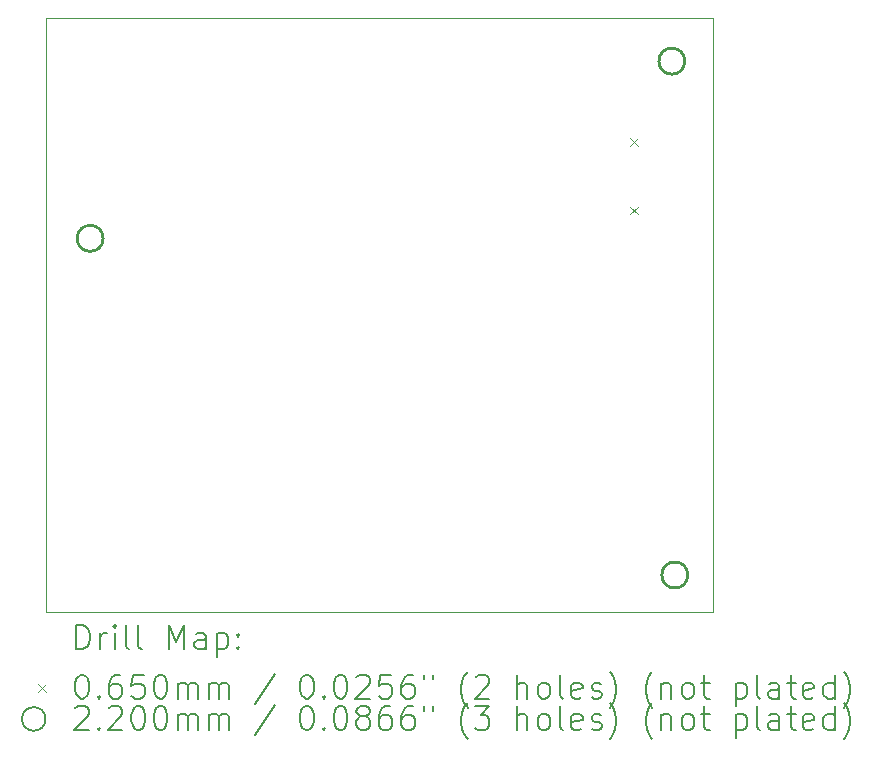
<source format=gbr>
%TF.GenerationSoftware,KiCad,Pcbnew,9.0.7*%
%TF.CreationDate,2026-01-19T10:27:03-08:00*%
%TF.ProjectId,Tesla Ambient Lighting,5465736c-6120-4416-9d62-69656e74204c,rev?*%
%TF.SameCoordinates,Original*%
%TF.FileFunction,Drillmap*%
%TF.FilePolarity,Positive*%
%FSLAX45Y45*%
G04 Gerber Fmt 4.5, Leading zero omitted, Abs format (unit mm)*
G04 Created by KiCad (PCBNEW 9.0.7) date 2026-01-19 10:27:03*
%MOMM*%
%LPD*%
G01*
G04 APERTURE LIST*
%ADD10C,0.050000*%
%ADD11C,0.200000*%
%ADD12C,0.100000*%
%ADD13C,0.220000*%
G04 APERTURE END LIST*
D10*
X11900000Y-7762500D02*
X17550000Y-7762500D01*
X17550000Y-12787500D01*
X11900000Y-12787500D01*
X11900000Y-7762500D01*
D11*
D12*
X16849500Y-8778500D02*
X16914500Y-8843500D01*
X16914500Y-8778500D02*
X16849500Y-8843500D01*
X16849500Y-9356500D02*
X16914500Y-9421500D01*
X16914500Y-9356500D02*
X16849500Y-9421500D01*
D13*
X12385000Y-9625000D02*
G75*
G02*
X12165000Y-9625000I-110000J0D01*
G01*
X12165000Y-9625000D02*
G75*
G02*
X12385000Y-9625000I110000J0D01*
G01*
X17310000Y-8125000D02*
G75*
G02*
X17090000Y-8125000I-110000J0D01*
G01*
X17090000Y-8125000D02*
G75*
G02*
X17310000Y-8125000I110000J0D01*
G01*
X17335000Y-12475000D02*
G75*
G02*
X17115000Y-12475000I-110000J0D01*
G01*
X17115000Y-12475000D02*
G75*
G02*
X17335000Y-12475000I110000J0D01*
G01*
D11*
X12158277Y-13101484D02*
X12158277Y-12901484D01*
X12158277Y-12901484D02*
X12205896Y-12901484D01*
X12205896Y-12901484D02*
X12234467Y-12911008D01*
X12234467Y-12911008D02*
X12253515Y-12930055D01*
X12253515Y-12930055D02*
X12263039Y-12949103D01*
X12263039Y-12949103D02*
X12272562Y-12987198D01*
X12272562Y-12987198D02*
X12272562Y-13015769D01*
X12272562Y-13015769D02*
X12263039Y-13053865D01*
X12263039Y-13053865D02*
X12253515Y-13072912D01*
X12253515Y-13072912D02*
X12234467Y-13091960D01*
X12234467Y-13091960D02*
X12205896Y-13101484D01*
X12205896Y-13101484D02*
X12158277Y-13101484D01*
X12358277Y-13101484D02*
X12358277Y-12968150D01*
X12358277Y-13006246D02*
X12367801Y-12987198D01*
X12367801Y-12987198D02*
X12377324Y-12977674D01*
X12377324Y-12977674D02*
X12396372Y-12968150D01*
X12396372Y-12968150D02*
X12415420Y-12968150D01*
X12482086Y-13101484D02*
X12482086Y-12968150D01*
X12482086Y-12901484D02*
X12472562Y-12911008D01*
X12472562Y-12911008D02*
X12482086Y-12920531D01*
X12482086Y-12920531D02*
X12491610Y-12911008D01*
X12491610Y-12911008D02*
X12482086Y-12901484D01*
X12482086Y-12901484D02*
X12482086Y-12920531D01*
X12605896Y-13101484D02*
X12586848Y-13091960D01*
X12586848Y-13091960D02*
X12577324Y-13072912D01*
X12577324Y-13072912D02*
X12577324Y-12901484D01*
X12710658Y-13101484D02*
X12691610Y-13091960D01*
X12691610Y-13091960D02*
X12682086Y-13072912D01*
X12682086Y-13072912D02*
X12682086Y-12901484D01*
X12939229Y-13101484D02*
X12939229Y-12901484D01*
X12939229Y-12901484D02*
X13005896Y-13044341D01*
X13005896Y-13044341D02*
X13072562Y-12901484D01*
X13072562Y-12901484D02*
X13072562Y-13101484D01*
X13253515Y-13101484D02*
X13253515Y-12996722D01*
X13253515Y-12996722D02*
X13243991Y-12977674D01*
X13243991Y-12977674D02*
X13224943Y-12968150D01*
X13224943Y-12968150D02*
X13186848Y-12968150D01*
X13186848Y-12968150D02*
X13167801Y-12977674D01*
X13253515Y-13091960D02*
X13234467Y-13101484D01*
X13234467Y-13101484D02*
X13186848Y-13101484D01*
X13186848Y-13101484D02*
X13167801Y-13091960D01*
X13167801Y-13091960D02*
X13158277Y-13072912D01*
X13158277Y-13072912D02*
X13158277Y-13053865D01*
X13158277Y-13053865D02*
X13167801Y-13034817D01*
X13167801Y-13034817D02*
X13186848Y-13025293D01*
X13186848Y-13025293D02*
X13234467Y-13025293D01*
X13234467Y-13025293D02*
X13253515Y-13015769D01*
X13348753Y-12968150D02*
X13348753Y-13168150D01*
X13348753Y-12977674D02*
X13367801Y-12968150D01*
X13367801Y-12968150D02*
X13405896Y-12968150D01*
X13405896Y-12968150D02*
X13424943Y-12977674D01*
X13424943Y-12977674D02*
X13434467Y-12987198D01*
X13434467Y-12987198D02*
X13443991Y-13006246D01*
X13443991Y-13006246D02*
X13443991Y-13063388D01*
X13443991Y-13063388D02*
X13434467Y-13082436D01*
X13434467Y-13082436D02*
X13424943Y-13091960D01*
X13424943Y-13091960D02*
X13405896Y-13101484D01*
X13405896Y-13101484D02*
X13367801Y-13101484D01*
X13367801Y-13101484D02*
X13348753Y-13091960D01*
X13529705Y-13082436D02*
X13539229Y-13091960D01*
X13539229Y-13091960D02*
X13529705Y-13101484D01*
X13529705Y-13101484D02*
X13520182Y-13091960D01*
X13520182Y-13091960D02*
X13529705Y-13082436D01*
X13529705Y-13082436D02*
X13529705Y-13101484D01*
X13529705Y-12977674D02*
X13539229Y-12987198D01*
X13539229Y-12987198D02*
X13529705Y-12996722D01*
X13529705Y-12996722D02*
X13520182Y-12987198D01*
X13520182Y-12987198D02*
X13529705Y-12977674D01*
X13529705Y-12977674D02*
X13529705Y-12996722D01*
D12*
X11832500Y-13397500D02*
X11897500Y-13462500D01*
X11897500Y-13397500D02*
X11832500Y-13462500D01*
D11*
X12196372Y-13321484D02*
X12215420Y-13321484D01*
X12215420Y-13321484D02*
X12234467Y-13331008D01*
X12234467Y-13331008D02*
X12243991Y-13340531D01*
X12243991Y-13340531D02*
X12253515Y-13359579D01*
X12253515Y-13359579D02*
X12263039Y-13397674D01*
X12263039Y-13397674D02*
X12263039Y-13445293D01*
X12263039Y-13445293D02*
X12253515Y-13483388D01*
X12253515Y-13483388D02*
X12243991Y-13502436D01*
X12243991Y-13502436D02*
X12234467Y-13511960D01*
X12234467Y-13511960D02*
X12215420Y-13521484D01*
X12215420Y-13521484D02*
X12196372Y-13521484D01*
X12196372Y-13521484D02*
X12177324Y-13511960D01*
X12177324Y-13511960D02*
X12167801Y-13502436D01*
X12167801Y-13502436D02*
X12158277Y-13483388D01*
X12158277Y-13483388D02*
X12148753Y-13445293D01*
X12148753Y-13445293D02*
X12148753Y-13397674D01*
X12148753Y-13397674D02*
X12158277Y-13359579D01*
X12158277Y-13359579D02*
X12167801Y-13340531D01*
X12167801Y-13340531D02*
X12177324Y-13331008D01*
X12177324Y-13331008D02*
X12196372Y-13321484D01*
X12348753Y-13502436D02*
X12358277Y-13511960D01*
X12358277Y-13511960D02*
X12348753Y-13521484D01*
X12348753Y-13521484D02*
X12339229Y-13511960D01*
X12339229Y-13511960D02*
X12348753Y-13502436D01*
X12348753Y-13502436D02*
X12348753Y-13521484D01*
X12529705Y-13321484D02*
X12491610Y-13321484D01*
X12491610Y-13321484D02*
X12472562Y-13331008D01*
X12472562Y-13331008D02*
X12463039Y-13340531D01*
X12463039Y-13340531D02*
X12443991Y-13369103D01*
X12443991Y-13369103D02*
X12434467Y-13407198D01*
X12434467Y-13407198D02*
X12434467Y-13483388D01*
X12434467Y-13483388D02*
X12443991Y-13502436D01*
X12443991Y-13502436D02*
X12453515Y-13511960D01*
X12453515Y-13511960D02*
X12472562Y-13521484D01*
X12472562Y-13521484D02*
X12510658Y-13521484D01*
X12510658Y-13521484D02*
X12529705Y-13511960D01*
X12529705Y-13511960D02*
X12539229Y-13502436D01*
X12539229Y-13502436D02*
X12548753Y-13483388D01*
X12548753Y-13483388D02*
X12548753Y-13435769D01*
X12548753Y-13435769D02*
X12539229Y-13416722D01*
X12539229Y-13416722D02*
X12529705Y-13407198D01*
X12529705Y-13407198D02*
X12510658Y-13397674D01*
X12510658Y-13397674D02*
X12472562Y-13397674D01*
X12472562Y-13397674D02*
X12453515Y-13407198D01*
X12453515Y-13407198D02*
X12443991Y-13416722D01*
X12443991Y-13416722D02*
X12434467Y-13435769D01*
X12729705Y-13321484D02*
X12634467Y-13321484D01*
X12634467Y-13321484D02*
X12624943Y-13416722D01*
X12624943Y-13416722D02*
X12634467Y-13407198D01*
X12634467Y-13407198D02*
X12653515Y-13397674D01*
X12653515Y-13397674D02*
X12701134Y-13397674D01*
X12701134Y-13397674D02*
X12720182Y-13407198D01*
X12720182Y-13407198D02*
X12729705Y-13416722D01*
X12729705Y-13416722D02*
X12739229Y-13435769D01*
X12739229Y-13435769D02*
X12739229Y-13483388D01*
X12739229Y-13483388D02*
X12729705Y-13502436D01*
X12729705Y-13502436D02*
X12720182Y-13511960D01*
X12720182Y-13511960D02*
X12701134Y-13521484D01*
X12701134Y-13521484D02*
X12653515Y-13521484D01*
X12653515Y-13521484D02*
X12634467Y-13511960D01*
X12634467Y-13511960D02*
X12624943Y-13502436D01*
X12863039Y-13321484D02*
X12882086Y-13321484D01*
X12882086Y-13321484D02*
X12901134Y-13331008D01*
X12901134Y-13331008D02*
X12910658Y-13340531D01*
X12910658Y-13340531D02*
X12920182Y-13359579D01*
X12920182Y-13359579D02*
X12929705Y-13397674D01*
X12929705Y-13397674D02*
X12929705Y-13445293D01*
X12929705Y-13445293D02*
X12920182Y-13483388D01*
X12920182Y-13483388D02*
X12910658Y-13502436D01*
X12910658Y-13502436D02*
X12901134Y-13511960D01*
X12901134Y-13511960D02*
X12882086Y-13521484D01*
X12882086Y-13521484D02*
X12863039Y-13521484D01*
X12863039Y-13521484D02*
X12843991Y-13511960D01*
X12843991Y-13511960D02*
X12834467Y-13502436D01*
X12834467Y-13502436D02*
X12824943Y-13483388D01*
X12824943Y-13483388D02*
X12815420Y-13445293D01*
X12815420Y-13445293D02*
X12815420Y-13397674D01*
X12815420Y-13397674D02*
X12824943Y-13359579D01*
X12824943Y-13359579D02*
X12834467Y-13340531D01*
X12834467Y-13340531D02*
X12843991Y-13331008D01*
X12843991Y-13331008D02*
X12863039Y-13321484D01*
X13015420Y-13521484D02*
X13015420Y-13388150D01*
X13015420Y-13407198D02*
X13024943Y-13397674D01*
X13024943Y-13397674D02*
X13043991Y-13388150D01*
X13043991Y-13388150D02*
X13072563Y-13388150D01*
X13072563Y-13388150D02*
X13091610Y-13397674D01*
X13091610Y-13397674D02*
X13101134Y-13416722D01*
X13101134Y-13416722D02*
X13101134Y-13521484D01*
X13101134Y-13416722D02*
X13110658Y-13397674D01*
X13110658Y-13397674D02*
X13129705Y-13388150D01*
X13129705Y-13388150D02*
X13158277Y-13388150D01*
X13158277Y-13388150D02*
X13177324Y-13397674D01*
X13177324Y-13397674D02*
X13186848Y-13416722D01*
X13186848Y-13416722D02*
X13186848Y-13521484D01*
X13282086Y-13521484D02*
X13282086Y-13388150D01*
X13282086Y-13407198D02*
X13291610Y-13397674D01*
X13291610Y-13397674D02*
X13310658Y-13388150D01*
X13310658Y-13388150D02*
X13339229Y-13388150D01*
X13339229Y-13388150D02*
X13358277Y-13397674D01*
X13358277Y-13397674D02*
X13367801Y-13416722D01*
X13367801Y-13416722D02*
X13367801Y-13521484D01*
X13367801Y-13416722D02*
X13377324Y-13397674D01*
X13377324Y-13397674D02*
X13396372Y-13388150D01*
X13396372Y-13388150D02*
X13424943Y-13388150D01*
X13424943Y-13388150D02*
X13443991Y-13397674D01*
X13443991Y-13397674D02*
X13453515Y-13416722D01*
X13453515Y-13416722D02*
X13453515Y-13521484D01*
X13843991Y-13311960D02*
X13672563Y-13569103D01*
X14101134Y-13321484D02*
X14120182Y-13321484D01*
X14120182Y-13321484D02*
X14139229Y-13331008D01*
X14139229Y-13331008D02*
X14148753Y-13340531D01*
X14148753Y-13340531D02*
X14158277Y-13359579D01*
X14158277Y-13359579D02*
X14167801Y-13397674D01*
X14167801Y-13397674D02*
X14167801Y-13445293D01*
X14167801Y-13445293D02*
X14158277Y-13483388D01*
X14158277Y-13483388D02*
X14148753Y-13502436D01*
X14148753Y-13502436D02*
X14139229Y-13511960D01*
X14139229Y-13511960D02*
X14120182Y-13521484D01*
X14120182Y-13521484D02*
X14101134Y-13521484D01*
X14101134Y-13521484D02*
X14082086Y-13511960D01*
X14082086Y-13511960D02*
X14072563Y-13502436D01*
X14072563Y-13502436D02*
X14063039Y-13483388D01*
X14063039Y-13483388D02*
X14053515Y-13445293D01*
X14053515Y-13445293D02*
X14053515Y-13397674D01*
X14053515Y-13397674D02*
X14063039Y-13359579D01*
X14063039Y-13359579D02*
X14072563Y-13340531D01*
X14072563Y-13340531D02*
X14082086Y-13331008D01*
X14082086Y-13331008D02*
X14101134Y-13321484D01*
X14253515Y-13502436D02*
X14263039Y-13511960D01*
X14263039Y-13511960D02*
X14253515Y-13521484D01*
X14253515Y-13521484D02*
X14243991Y-13511960D01*
X14243991Y-13511960D02*
X14253515Y-13502436D01*
X14253515Y-13502436D02*
X14253515Y-13521484D01*
X14386848Y-13321484D02*
X14405896Y-13321484D01*
X14405896Y-13321484D02*
X14424944Y-13331008D01*
X14424944Y-13331008D02*
X14434467Y-13340531D01*
X14434467Y-13340531D02*
X14443991Y-13359579D01*
X14443991Y-13359579D02*
X14453515Y-13397674D01*
X14453515Y-13397674D02*
X14453515Y-13445293D01*
X14453515Y-13445293D02*
X14443991Y-13483388D01*
X14443991Y-13483388D02*
X14434467Y-13502436D01*
X14434467Y-13502436D02*
X14424944Y-13511960D01*
X14424944Y-13511960D02*
X14405896Y-13521484D01*
X14405896Y-13521484D02*
X14386848Y-13521484D01*
X14386848Y-13521484D02*
X14367801Y-13511960D01*
X14367801Y-13511960D02*
X14358277Y-13502436D01*
X14358277Y-13502436D02*
X14348753Y-13483388D01*
X14348753Y-13483388D02*
X14339229Y-13445293D01*
X14339229Y-13445293D02*
X14339229Y-13397674D01*
X14339229Y-13397674D02*
X14348753Y-13359579D01*
X14348753Y-13359579D02*
X14358277Y-13340531D01*
X14358277Y-13340531D02*
X14367801Y-13331008D01*
X14367801Y-13331008D02*
X14386848Y-13321484D01*
X14529706Y-13340531D02*
X14539229Y-13331008D01*
X14539229Y-13331008D02*
X14558277Y-13321484D01*
X14558277Y-13321484D02*
X14605896Y-13321484D01*
X14605896Y-13321484D02*
X14624944Y-13331008D01*
X14624944Y-13331008D02*
X14634467Y-13340531D01*
X14634467Y-13340531D02*
X14643991Y-13359579D01*
X14643991Y-13359579D02*
X14643991Y-13378627D01*
X14643991Y-13378627D02*
X14634467Y-13407198D01*
X14634467Y-13407198D02*
X14520182Y-13521484D01*
X14520182Y-13521484D02*
X14643991Y-13521484D01*
X14824944Y-13321484D02*
X14729706Y-13321484D01*
X14729706Y-13321484D02*
X14720182Y-13416722D01*
X14720182Y-13416722D02*
X14729706Y-13407198D01*
X14729706Y-13407198D02*
X14748753Y-13397674D01*
X14748753Y-13397674D02*
X14796372Y-13397674D01*
X14796372Y-13397674D02*
X14815420Y-13407198D01*
X14815420Y-13407198D02*
X14824944Y-13416722D01*
X14824944Y-13416722D02*
X14834467Y-13435769D01*
X14834467Y-13435769D02*
X14834467Y-13483388D01*
X14834467Y-13483388D02*
X14824944Y-13502436D01*
X14824944Y-13502436D02*
X14815420Y-13511960D01*
X14815420Y-13511960D02*
X14796372Y-13521484D01*
X14796372Y-13521484D02*
X14748753Y-13521484D01*
X14748753Y-13521484D02*
X14729706Y-13511960D01*
X14729706Y-13511960D02*
X14720182Y-13502436D01*
X15005896Y-13321484D02*
X14967801Y-13321484D01*
X14967801Y-13321484D02*
X14948753Y-13331008D01*
X14948753Y-13331008D02*
X14939229Y-13340531D01*
X14939229Y-13340531D02*
X14920182Y-13369103D01*
X14920182Y-13369103D02*
X14910658Y-13407198D01*
X14910658Y-13407198D02*
X14910658Y-13483388D01*
X14910658Y-13483388D02*
X14920182Y-13502436D01*
X14920182Y-13502436D02*
X14929706Y-13511960D01*
X14929706Y-13511960D02*
X14948753Y-13521484D01*
X14948753Y-13521484D02*
X14986848Y-13521484D01*
X14986848Y-13521484D02*
X15005896Y-13511960D01*
X15005896Y-13511960D02*
X15015420Y-13502436D01*
X15015420Y-13502436D02*
X15024944Y-13483388D01*
X15024944Y-13483388D02*
X15024944Y-13435769D01*
X15024944Y-13435769D02*
X15015420Y-13416722D01*
X15015420Y-13416722D02*
X15005896Y-13407198D01*
X15005896Y-13407198D02*
X14986848Y-13397674D01*
X14986848Y-13397674D02*
X14948753Y-13397674D01*
X14948753Y-13397674D02*
X14929706Y-13407198D01*
X14929706Y-13407198D02*
X14920182Y-13416722D01*
X14920182Y-13416722D02*
X14910658Y-13435769D01*
X15101134Y-13321484D02*
X15101134Y-13359579D01*
X15177325Y-13321484D02*
X15177325Y-13359579D01*
X15472563Y-13597674D02*
X15463039Y-13588150D01*
X15463039Y-13588150D02*
X15443991Y-13559579D01*
X15443991Y-13559579D02*
X15434468Y-13540531D01*
X15434468Y-13540531D02*
X15424944Y-13511960D01*
X15424944Y-13511960D02*
X15415420Y-13464341D01*
X15415420Y-13464341D02*
X15415420Y-13426246D01*
X15415420Y-13426246D02*
X15424944Y-13378627D01*
X15424944Y-13378627D02*
X15434468Y-13350055D01*
X15434468Y-13350055D02*
X15443991Y-13331008D01*
X15443991Y-13331008D02*
X15463039Y-13302436D01*
X15463039Y-13302436D02*
X15472563Y-13292912D01*
X15539229Y-13340531D02*
X15548753Y-13331008D01*
X15548753Y-13331008D02*
X15567801Y-13321484D01*
X15567801Y-13321484D02*
X15615420Y-13321484D01*
X15615420Y-13321484D02*
X15634468Y-13331008D01*
X15634468Y-13331008D02*
X15643991Y-13340531D01*
X15643991Y-13340531D02*
X15653515Y-13359579D01*
X15653515Y-13359579D02*
X15653515Y-13378627D01*
X15653515Y-13378627D02*
X15643991Y-13407198D01*
X15643991Y-13407198D02*
X15529706Y-13521484D01*
X15529706Y-13521484D02*
X15653515Y-13521484D01*
X15891610Y-13521484D02*
X15891610Y-13321484D01*
X15977325Y-13521484D02*
X15977325Y-13416722D01*
X15977325Y-13416722D02*
X15967801Y-13397674D01*
X15967801Y-13397674D02*
X15948753Y-13388150D01*
X15948753Y-13388150D02*
X15920182Y-13388150D01*
X15920182Y-13388150D02*
X15901134Y-13397674D01*
X15901134Y-13397674D02*
X15891610Y-13407198D01*
X16101134Y-13521484D02*
X16082087Y-13511960D01*
X16082087Y-13511960D02*
X16072563Y-13502436D01*
X16072563Y-13502436D02*
X16063039Y-13483388D01*
X16063039Y-13483388D02*
X16063039Y-13426246D01*
X16063039Y-13426246D02*
X16072563Y-13407198D01*
X16072563Y-13407198D02*
X16082087Y-13397674D01*
X16082087Y-13397674D02*
X16101134Y-13388150D01*
X16101134Y-13388150D02*
X16129706Y-13388150D01*
X16129706Y-13388150D02*
X16148753Y-13397674D01*
X16148753Y-13397674D02*
X16158277Y-13407198D01*
X16158277Y-13407198D02*
X16167801Y-13426246D01*
X16167801Y-13426246D02*
X16167801Y-13483388D01*
X16167801Y-13483388D02*
X16158277Y-13502436D01*
X16158277Y-13502436D02*
X16148753Y-13511960D01*
X16148753Y-13511960D02*
X16129706Y-13521484D01*
X16129706Y-13521484D02*
X16101134Y-13521484D01*
X16282087Y-13521484D02*
X16263039Y-13511960D01*
X16263039Y-13511960D02*
X16253515Y-13492912D01*
X16253515Y-13492912D02*
X16253515Y-13321484D01*
X16434468Y-13511960D02*
X16415420Y-13521484D01*
X16415420Y-13521484D02*
X16377325Y-13521484D01*
X16377325Y-13521484D02*
X16358277Y-13511960D01*
X16358277Y-13511960D02*
X16348753Y-13492912D01*
X16348753Y-13492912D02*
X16348753Y-13416722D01*
X16348753Y-13416722D02*
X16358277Y-13397674D01*
X16358277Y-13397674D02*
X16377325Y-13388150D01*
X16377325Y-13388150D02*
X16415420Y-13388150D01*
X16415420Y-13388150D02*
X16434468Y-13397674D01*
X16434468Y-13397674D02*
X16443991Y-13416722D01*
X16443991Y-13416722D02*
X16443991Y-13435769D01*
X16443991Y-13435769D02*
X16348753Y-13454817D01*
X16520182Y-13511960D02*
X16539230Y-13521484D01*
X16539230Y-13521484D02*
X16577325Y-13521484D01*
X16577325Y-13521484D02*
X16596372Y-13511960D01*
X16596372Y-13511960D02*
X16605896Y-13492912D01*
X16605896Y-13492912D02*
X16605896Y-13483388D01*
X16605896Y-13483388D02*
X16596372Y-13464341D01*
X16596372Y-13464341D02*
X16577325Y-13454817D01*
X16577325Y-13454817D02*
X16548753Y-13454817D01*
X16548753Y-13454817D02*
X16529706Y-13445293D01*
X16529706Y-13445293D02*
X16520182Y-13426246D01*
X16520182Y-13426246D02*
X16520182Y-13416722D01*
X16520182Y-13416722D02*
X16529706Y-13397674D01*
X16529706Y-13397674D02*
X16548753Y-13388150D01*
X16548753Y-13388150D02*
X16577325Y-13388150D01*
X16577325Y-13388150D02*
X16596372Y-13397674D01*
X16672563Y-13597674D02*
X16682087Y-13588150D01*
X16682087Y-13588150D02*
X16701134Y-13559579D01*
X16701134Y-13559579D02*
X16710658Y-13540531D01*
X16710658Y-13540531D02*
X16720182Y-13511960D01*
X16720182Y-13511960D02*
X16729706Y-13464341D01*
X16729706Y-13464341D02*
X16729706Y-13426246D01*
X16729706Y-13426246D02*
X16720182Y-13378627D01*
X16720182Y-13378627D02*
X16710658Y-13350055D01*
X16710658Y-13350055D02*
X16701134Y-13331008D01*
X16701134Y-13331008D02*
X16682087Y-13302436D01*
X16682087Y-13302436D02*
X16672563Y-13292912D01*
X17034468Y-13597674D02*
X17024944Y-13588150D01*
X17024944Y-13588150D02*
X17005896Y-13559579D01*
X17005896Y-13559579D02*
X16996373Y-13540531D01*
X16996373Y-13540531D02*
X16986849Y-13511960D01*
X16986849Y-13511960D02*
X16977325Y-13464341D01*
X16977325Y-13464341D02*
X16977325Y-13426246D01*
X16977325Y-13426246D02*
X16986849Y-13378627D01*
X16986849Y-13378627D02*
X16996373Y-13350055D01*
X16996373Y-13350055D02*
X17005896Y-13331008D01*
X17005896Y-13331008D02*
X17024944Y-13302436D01*
X17024944Y-13302436D02*
X17034468Y-13292912D01*
X17110658Y-13388150D02*
X17110658Y-13521484D01*
X17110658Y-13407198D02*
X17120182Y-13397674D01*
X17120182Y-13397674D02*
X17139230Y-13388150D01*
X17139230Y-13388150D02*
X17167801Y-13388150D01*
X17167801Y-13388150D02*
X17186849Y-13397674D01*
X17186849Y-13397674D02*
X17196373Y-13416722D01*
X17196373Y-13416722D02*
X17196373Y-13521484D01*
X17320182Y-13521484D02*
X17301134Y-13511960D01*
X17301134Y-13511960D02*
X17291611Y-13502436D01*
X17291611Y-13502436D02*
X17282087Y-13483388D01*
X17282087Y-13483388D02*
X17282087Y-13426246D01*
X17282087Y-13426246D02*
X17291611Y-13407198D01*
X17291611Y-13407198D02*
X17301134Y-13397674D01*
X17301134Y-13397674D02*
X17320182Y-13388150D01*
X17320182Y-13388150D02*
X17348754Y-13388150D01*
X17348754Y-13388150D02*
X17367801Y-13397674D01*
X17367801Y-13397674D02*
X17377325Y-13407198D01*
X17377325Y-13407198D02*
X17386849Y-13426246D01*
X17386849Y-13426246D02*
X17386849Y-13483388D01*
X17386849Y-13483388D02*
X17377325Y-13502436D01*
X17377325Y-13502436D02*
X17367801Y-13511960D01*
X17367801Y-13511960D02*
X17348754Y-13521484D01*
X17348754Y-13521484D02*
X17320182Y-13521484D01*
X17443992Y-13388150D02*
X17520182Y-13388150D01*
X17472563Y-13321484D02*
X17472563Y-13492912D01*
X17472563Y-13492912D02*
X17482087Y-13511960D01*
X17482087Y-13511960D02*
X17501134Y-13521484D01*
X17501134Y-13521484D02*
X17520182Y-13521484D01*
X17739230Y-13388150D02*
X17739230Y-13588150D01*
X17739230Y-13397674D02*
X17758277Y-13388150D01*
X17758277Y-13388150D02*
X17796373Y-13388150D01*
X17796373Y-13388150D02*
X17815420Y-13397674D01*
X17815420Y-13397674D02*
X17824944Y-13407198D01*
X17824944Y-13407198D02*
X17834468Y-13426246D01*
X17834468Y-13426246D02*
X17834468Y-13483388D01*
X17834468Y-13483388D02*
X17824944Y-13502436D01*
X17824944Y-13502436D02*
X17815420Y-13511960D01*
X17815420Y-13511960D02*
X17796373Y-13521484D01*
X17796373Y-13521484D02*
X17758277Y-13521484D01*
X17758277Y-13521484D02*
X17739230Y-13511960D01*
X17948754Y-13521484D02*
X17929706Y-13511960D01*
X17929706Y-13511960D02*
X17920182Y-13492912D01*
X17920182Y-13492912D02*
X17920182Y-13321484D01*
X18110658Y-13521484D02*
X18110658Y-13416722D01*
X18110658Y-13416722D02*
X18101135Y-13397674D01*
X18101135Y-13397674D02*
X18082087Y-13388150D01*
X18082087Y-13388150D02*
X18043992Y-13388150D01*
X18043992Y-13388150D02*
X18024944Y-13397674D01*
X18110658Y-13511960D02*
X18091611Y-13521484D01*
X18091611Y-13521484D02*
X18043992Y-13521484D01*
X18043992Y-13521484D02*
X18024944Y-13511960D01*
X18024944Y-13511960D02*
X18015420Y-13492912D01*
X18015420Y-13492912D02*
X18015420Y-13473865D01*
X18015420Y-13473865D02*
X18024944Y-13454817D01*
X18024944Y-13454817D02*
X18043992Y-13445293D01*
X18043992Y-13445293D02*
X18091611Y-13445293D01*
X18091611Y-13445293D02*
X18110658Y-13435769D01*
X18177325Y-13388150D02*
X18253515Y-13388150D01*
X18205896Y-13321484D02*
X18205896Y-13492912D01*
X18205896Y-13492912D02*
X18215420Y-13511960D01*
X18215420Y-13511960D02*
X18234468Y-13521484D01*
X18234468Y-13521484D02*
X18253515Y-13521484D01*
X18396373Y-13511960D02*
X18377325Y-13521484D01*
X18377325Y-13521484D02*
X18339230Y-13521484D01*
X18339230Y-13521484D02*
X18320182Y-13511960D01*
X18320182Y-13511960D02*
X18310658Y-13492912D01*
X18310658Y-13492912D02*
X18310658Y-13416722D01*
X18310658Y-13416722D02*
X18320182Y-13397674D01*
X18320182Y-13397674D02*
X18339230Y-13388150D01*
X18339230Y-13388150D02*
X18377325Y-13388150D01*
X18377325Y-13388150D02*
X18396373Y-13397674D01*
X18396373Y-13397674D02*
X18405896Y-13416722D01*
X18405896Y-13416722D02*
X18405896Y-13435769D01*
X18405896Y-13435769D02*
X18310658Y-13454817D01*
X18577325Y-13521484D02*
X18577325Y-13321484D01*
X18577325Y-13511960D02*
X18558277Y-13521484D01*
X18558277Y-13521484D02*
X18520182Y-13521484D01*
X18520182Y-13521484D02*
X18501135Y-13511960D01*
X18501135Y-13511960D02*
X18491611Y-13502436D01*
X18491611Y-13502436D02*
X18482087Y-13483388D01*
X18482087Y-13483388D02*
X18482087Y-13426246D01*
X18482087Y-13426246D02*
X18491611Y-13407198D01*
X18491611Y-13407198D02*
X18501135Y-13397674D01*
X18501135Y-13397674D02*
X18520182Y-13388150D01*
X18520182Y-13388150D02*
X18558277Y-13388150D01*
X18558277Y-13388150D02*
X18577325Y-13397674D01*
X18653516Y-13597674D02*
X18663039Y-13588150D01*
X18663039Y-13588150D02*
X18682087Y-13559579D01*
X18682087Y-13559579D02*
X18691611Y-13540531D01*
X18691611Y-13540531D02*
X18701135Y-13511960D01*
X18701135Y-13511960D02*
X18710658Y-13464341D01*
X18710658Y-13464341D02*
X18710658Y-13426246D01*
X18710658Y-13426246D02*
X18701135Y-13378627D01*
X18701135Y-13378627D02*
X18691611Y-13350055D01*
X18691611Y-13350055D02*
X18682087Y-13331008D01*
X18682087Y-13331008D02*
X18663039Y-13302436D01*
X18663039Y-13302436D02*
X18653516Y-13292912D01*
X11897500Y-13694000D02*
G75*
G02*
X11697500Y-13694000I-100000J0D01*
G01*
X11697500Y-13694000D02*
G75*
G02*
X11897500Y-13694000I100000J0D01*
G01*
X12148753Y-13604531D02*
X12158277Y-13595008D01*
X12158277Y-13595008D02*
X12177324Y-13585484D01*
X12177324Y-13585484D02*
X12224943Y-13585484D01*
X12224943Y-13585484D02*
X12243991Y-13595008D01*
X12243991Y-13595008D02*
X12253515Y-13604531D01*
X12253515Y-13604531D02*
X12263039Y-13623579D01*
X12263039Y-13623579D02*
X12263039Y-13642627D01*
X12263039Y-13642627D02*
X12253515Y-13671198D01*
X12253515Y-13671198D02*
X12139229Y-13785484D01*
X12139229Y-13785484D02*
X12263039Y-13785484D01*
X12348753Y-13766436D02*
X12358277Y-13775960D01*
X12358277Y-13775960D02*
X12348753Y-13785484D01*
X12348753Y-13785484D02*
X12339229Y-13775960D01*
X12339229Y-13775960D02*
X12348753Y-13766436D01*
X12348753Y-13766436D02*
X12348753Y-13785484D01*
X12434467Y-13604531D02*
X12443991Y-13595008D01*
X12443991Y-13595008D02*
X12463039Y-13585484D01*
X12463039Y-13585484D02*
X12510658Y-13585484D01*
X12510658Y-13585484D02*
X12529705Y-13595008D01*
X12529705Y-13595008D02*
X12539229Y-13604531D01*
X12539229Y-13604531D02*
X12548753Y-13623579D01*
X12548753Y-13623579D02*
X12548753Y-13642627D01*
X12548753Y-13642627D02*
X12539229Y-13671198D01*
X12539229Y-13671198D02*
X12424943Y-13785484D01*
X12424943Y-13785484D02*
X12548753Y-13785484D01*
X12672562Y-13585484D02*
X12691610Y-13585484D01*
X12691610Y-13585484D02*
X12710658Y-13595008D01*
X12710658Y-13595008D02*
X12720182Y-13604531D01*
X12720182Y-13604531D02*
X12729705Y-13623579D01*
X12729705Y-13623579D02*
X12739229Y-13661674D01*
X12739229Y-13661674D02*
X12739229Y-13709293D01*
X12739229Y-13709293D02*
X12729705Y-13747388D01*
X12729705Y-13747388D02*
X12720182Y-13766436D01*
X12720182Y-13766436D02*
X12710658Y-13775960D01*
X12710658Y-13775960D02*
X12691610Y-13785484D01*
X12691610Y-13785484D02*
X12672562Y-13785484D01*
X12672562Y-13785484D02*
X12653515Y-13775960D01*
X12653515Y-13775960D02*
X12643991Y-13766436D01*
X12643991Y-13766436D02*
X12634467Y-13747388D01*
X12634467Y-13747388D02*
X12624943Y-13709293D01*
X12624943Y-13709293D02*
X12624943Y-13661674D01*
X12624943Y-13661674D02*
X12634467Y-13623579D01*
X12634467Y-13623579D02*
X12643991Y-13604531D01*
X12643991Y-13604531D02*
X12653515Y-13595008D01*
X12653515Y-13595008D02*
X12672562Y-13585484D01*
X12863039Y-13585484D02*
X12882086Y-13585484D01*
X12882086Y-13585484D02*
X12901134Y-13595008D01*
X12901134Y-13595008D02*
X12910658Y-13604531D01*
X12910658Y-13604531D02*
X12920182Y-13623579D01*
X12920182Y-13623579D02*
X12929705Y-13661674D01*
X12929705Y-13661674D02*
X12929705Y-13709293D01*
X12929705Y-13709293D02*
X12920182Y-13747388D01*
X12920182Y-13747388D02*
X12910658Y-13766436D01*
X12910658Y-13766436D02*
X12901134Y-13775960D01*
X12901134Y-13775960D02*
X12882086Y-13785484D01*
X12882086Y-13785484D02*
X12863039Y-13785484D01*
X12863039Y-13785484D02*
X12843991Y-13775960D01*
X12843991Y-13775960D02*
X12834467Y-13766436D01*
X12834467Y-13766436D02*
X12824943Y-13747388D01*
X12824943Y-13747388D02*
X12815420Y-13709293D01*
X12815420Y-13709293D02*
X12815420Y-13661674D01*
X12815420Y-13661674D02*
X12824943Y-13623579D01*
X12824943Y-13623579D02*
X12834467Y-13604531D01*
X12834467Y-13604531D02*
X12843991Y-13595008D01*
X12843991Y-13595008D02*
X12863039Y-13585484D01*
X13015420Y-13785484D02*
X13015420Y-13652150D01*
X13015420Y-13671198D02*
X13024943Y-13661674D01*
X13024943Y-13661674D02*
X13043991Y-13652150D01*
X13043991Y-13652150D02*
X13072563Y-13652150D01*
X13072563Y-13652150D02*
X13091610Y-13661674D01*
X13091610Y-13661674D02*
X13101134Y-13680722D01*
X13101134Y-13680722D02*
X13101134Y-13785484D01*
X13101134Y-13680722D02*
X13110658Y-13661674D01*
X13110658Y-13661674D02*
X13129705Y-13652150D01*
X13129705Y-13652150D02*
X13158277Y-13652150D01*
X13158277Y-13652150D02*
X13177324Y-13661674D01*
X13177324Y-13661674D02*
X13186848Y-13680722D01*
X13186848Y-13680722D02*
X13186848Y-13785484D01*
X13282086Y-13785484D02*
X13282086Y-13652150D01*
X13282086Y-13671198D02*
X13291610Y-13661674D01*
X13291610Y-13661674D02*
X13310658Y-13652150D01*
X13310658Y-13652150D02*
X13339229Y-13652150D01*
X13339229Y-13652150D02*
X13358277Y-13661674D01*
X13358277Y-13661674D02*
X13367801Y-13680722D01*
X13367801Y-13680722D02*
X13367801Y-13785484D01*
X13367801Y-13680722D02*
X13377324Y-13661674D01*
X13377324Y-13661674D02*
X13396372Y-13652150D01*
X13396372Y-13652150D02*
X13424943Y-13652150D01*
X13424943Y-13652150D02*
X13443991Y-13661674D01*
X13443991Y-13661674D02*
X13453515Y-13680722D01*
X13453515Y-13680722D02*
X13453515Y-13785484D01*
X13843991Y-13575960D02*
X13672563Y-13833103D01*
X14101134Y-13585484D02*
X14120182Y-13585484D01*
X14120182Y-13585484D02*
X14139229Y-13595008D01*
X14139229Y-13595008D02*
X14148753Y-13604531D01*
X14148753Y-13604531D02*
X14158277Y-13623579D01*
X14158277Y-13623579D02*
X14167801Y-13661674D01*
X14167801Y-13661674D02*
X14167801Y-13709293D01*
X14167801Y-13709293D02*
X14158277Y-13747388D01*
X14158277Y-13747388D02*
X14148753Y-13766436D01*
X14148753Y-13766436D02*
X14139229Y-13775960D01*
X14139229Y-13775960D02*
X14120182Y-13785484D01*
X14120182Y-13785484D02*
X14101134Y-13785484D01*
X14101134Y-13785484D02*
X14082086Y-13775960D01*
X14082086Y-13775960D02*
X14072563Y-13766436D01*
X14072563Y-13766436D02*
X14063039Y-13747388D01*
X14063039Y-13747388D02*
X14053515Y-13709293D01*
X14053515Y-13709293D02*
X14053515Y-13661674D01*
X14053515Y-13661674D02*
X14063039Y-13623579D01*
X14063039Y-13623579D02*
X14072563Y-13604531D01*
X14072563Y-13604531D02*
X14082086Y-13595008D01*
X14082086Y-13595008D02*
X14101134Y-13585484D01*
X14253515Y-13766436D02*
X14263039Y-13775960D01*
X14263039Y-13775960D02*
X14253515Y-13785484D01*
X14253515Y-13785484D02*
X14243991Y-13775960D01*
X14243991Y-13775960D02*
X14253515Y-13766436D01*
X14253515Y-13766436D02*
X14253515Y-13785484D01*
X14386848Y-13585484D02*
X14405896Y-13585484D01*
X14405896Y-13585484D02*
X14424944Y-13595008D01*
X14424944Y-13595008D02*
X14434467Y-13604531D01*
X14434467Y-13604531D02*
X14443991Y-13623579D01*
X14443991Y-13623579D02*
X14453515Y-13661674D01*
X14453515Y-13661674D02*
X14453515Y-13709293D01*
X14453515Y-13709293D02*
X14443991Y-13747388D01*
X14443991Y-13747388D02*
X14434467Y-13766436D01*
X14434467Y-13766436D02*
X14424944Y-13775960D01*
X14424944Y-13775960D02*
X14405896Y-13785484D01*
X14405896Y-13785484D02*
X14386848Y-13785484D01*
X14386848Y-13785484D02*
X14367801Y-13775960D01*
X14367801Y-13775960D02*
X14358277Y-13766436D01*
X14358277Y-13766436D02*
X14348753Y-13747388D01*
X14348753Y-13747388D02*
X14339229Y-13709293D01*
X14339229Y-13709293D02*
X14339229Y-13661674D01*
X14339229Y-13661674D02*
X14348753Y-13623579D01*
X14348753Y-13623579D02*
X14358277Y-13604531D01*
X14358277Y-13604531D02*
X14367801Y-13595008D01*
X14367801Y-13595008D02*
X14386848Y-13585484D01*
X14567801Y-13671198D02*
X14548753Y-13661674D01*
X14548753Y-13661674D02*
X14539229Y-13652150D01*
X14539229Y-13652150D02*
X14529706Y-13633103D01*
X14529706Y-13633103D02*
X14529706Y-13623579D01*
X14529706Y-13623579D02*
X14539229Y-13604531D01*
X14539229Y-13604531D02*
X14548753Y-13595008D01*
X14548753Y-13595008D02*
X14567801Y-13585484D01*
X14567801Y-13585484D02*
X14605896Y-13585484D01*
X14605896Y-13585484D02*
X14624944Y-13595008D01*
X14624944Y-13595008D02*
X14634467Y-13604531D01*
X14634467Y-13604531D02*
X14643991Y-13623579D01*
X14643991Y-13623579D02*
X14643991Y-13633103D01*
X14643991Y-13633103D02*
X14634467Y-13652150D01*
X14634467Y-13652150D02*
X14624944Y-13661674D01*
X14624944Y-13661674D02*
X14605896Y-13671198D01*
X14605896Y-13671198D02*
X14567801Y-13671198D01*
X14567801Y-13671198D02*
X14548753Y-13680722D01*
X14548753Y-13680722D02*
X14539229Y-13690246D01*
X14539229Y-13690246D02*
X14529706Y-13709293D01*
X14529706Y-13709293D02*
X14529706Y-13747388D01*
X14529706Y-13747388D02*
X14539229Y-13766436D01*
X14539229Y-13766436D02*
X14548753Y-13775960D01*
X14548753Y-13775960D02*
X14567801Y-13785484D01*
X14567801Y-13785484D02*
X14605896Y-13785484D01*
X14605896Y-13785484D02*
X14624944Y-13775960D01*
X14624944Y-13775960D02*
X14634467Y-13766436D01*
X14634467Y-13766436D02*
X14643991Y-13747388D01*
X14643991Y-13747388D02*
X14643991Y-13709293D01*
X14643991Y-13709293D02*
X14634467Y-13690246D01*
X14634467Y-13690246D02*
X14624944Y-13680722D01*
X14624944Y-13680722D02*
X14605896Y-13671198D01*
X14815420Y-13585484D02*
X14777325Y-13585484D01*
X14777325Y-13585484D02*
X14758277Y-13595008D01*
X14758277Y-13595008D02*
X14748753Y-13604531D01*
X14748753Y-13604531D02*
X14729706Y-13633103D01*
X14729706Y-13633103D02*
X14720182Y-13671198D01*
X14720182Y-13671198D02*
X14720182Y-13747388D01*
X14720182Y-13747388D02*
X14729706Y-13766436D01*
X14729706Y-13766436D02*
X14739229Y-13775960D01*
X14739229Y-13775960D02*
X14758277Y-13785484D01*
X14758277Y-13785484D02*
X14796372Y-13785484D01*
X14796372Y-13785484D02*
X14815420Y-13775960D01*
X14815420Y-13775960D02*
X14824944Y-13766436D01*
X14824944Y-13766436D02*
X14834467Y-13747388D01*
X14834467Y-13747388D02*
X14834467Y-13699769D01*
X14834467Y-13699769D02*
X14824944Y-13680722D01*
X14824944Y-13680722D02*
X14815420Y-13671198D01*
X14815420Y-13671198D02*
X14796372Y-13661674D01*
X14796372Y-13661674D02*
X14758277Y-13661674D01*
X14758277Y-13661674D02*
X14739229Y-13671198D01*
X14739229Y-13671198D02*
X14729706Y-13680722D01*
X14729706Y-13680722D02*
X14720182Y-13699769D01*
X15005896Y-13585484D02*
X14967801Y-13585484D01*
X14967801Y-13585484D02*
X14948753Y-13595008D01*
X14948753Y-13595008D02*
X14939229Y-13604531D01*
X14939229Y-13604531D02*
X14920182Y-13633103D01*
X14920182Y-13633103D02*
X14910658Y-13671198D01*
X14910658Y-13671198D02*
X14910658Y-13747388D01*
X14910658Y-13747388D02*
X14920182Y-13766436D01*
X14920182Y-13766436D02*
X14929706Y-13775960D01*
X14929706Y-13775960D02*
X14948753Y-13785484D01*
X14948753Y-13785484D02*
X14986848Y-13785484D01*
X14986848Y-13785484D02*
X15005896Y-13775960D01*
X15005896Y-13775960D02*
X15015420Y-13766436D01*
X15015420Y-13766436D02*
X15024944Y-13747388D01*
X15024944Y-13747388D02*
X15024944Y-13699769D01*
X15024944Y-13699769D02*
X15015420Y-13680722D01*
X15015420Y-13680722D02*
X15005896Y-13671198D01*
X15005896Y-13671198D02*
X14986848Y-13661674D01*
X14986848Y-13661674D02*
X14948753Y-13661674D01*
X14948753Y-13661674D02*
X14929706Y-13671198D01*
X14929706Y-13671198D02*
X14920182Y-13680722D01*
X14920182Y-13680722D02*
X14910658Y-13699769D01*
X15101134Y-13585484D02*
X15101134Y-13623579D01*
X15177325Y-13585484D02*
X15177325Y-13623579D01*
X15472563Y-13861674D02*
X15463039Y-13852150D01*
X15463039Y-13852150D02*
X15443991Y-13823579D01*
X15443991Y-13823579D02*
X15434468Y-13804531D01*
X15434468Y-13804531D02*
X15424944Y-13775960D01*
X15424944Y-13775960D02*
X15415420Y-13728341D01*
X15415420Y-13728341D02*
X15415420Y-13690246D01*
X15415420Y-13690246D02*
X15424944Y-13642627D01*
X15424944Y-13642627D02*
X15434468Y-13614055D01*
X15434468Y-13614055D02*
X15443991Y-13595008D01*
X15443991Y-13595008D02*
X15463039Y-13566436D01*
X15463039Y-13566436D02*
X15472563Y-13556912D01*
X15529706Y-13585484D02*
X15653515Y-13585484D01*
X15653515Y-13585484D02*
X15586848Y-13661674D01*
X15586848Y-13661674D02*
X15615420Y-13661674D01*
X15615420Y-13661674D02*
X15634468Y-13671198D01*
X15634468Y-13671198D02*
X15643991Y-13680722D01*
X15643991Y-13680722D02*
X15653515Y-13699769D01*
X15653515Y-13699769D02*
X15653515Y-13747388D01*
X15653515Y-13747388D02*
X15643991Y-13766436D01*
X15643991Y-13766436D02*
X15634468Y-13775960D01*
X15634468Y-13775960D02*
X15615420Y-13785484D01*
X15615420Y-13785484D02*
X15558277Y-13785484D01*
X15558277Y-13785484D02*
X15539229Y-13775960D01*
X15539229Y-13775960D02*
X15529706Y-13766436D01*
X15891610Y-13785484D02*
X15891610Y-13585484D01*
X15977325Y-13785484D02*
X15977325Y-13680722D01*
X15977325Y-13680722D02*
X15967801Y-13661674D01*
X15967801Y-13661674D02*
X15948753Y-13652150D01*
X15948753Y-13652150D02*
X15920182Y-13652150D01*
X15920182Y-13652150D02*
X15901134Y-13661674D01*
X15901134Y-13661674D02*
X15891610Y-13671198D01*
X16101134Y-13785484D02*
X16082087Y-13775960D01*
X16082087Y-13775960D02*
X16072563Y-13766436D01*
X16072563Y-13766436D02*
X16063039Y-13747388D01*
X16063039Y-13747388D02*
X16063039Y-13690246D01*
X16063039Y-13690246D02*
X16072563Y-13671198D01*
X16072563Y-13671198D02*
X16082087Y-13661674D01*
X16082087Y-13661674D02*
X16101134Y-13652150D01*
X16101134Y-13652150D02*
X16129706Y-13652150D01*
X16129706Y-13652150D02*
X16148753Y-13661674D01*
X16148753Y-13661674D02*
X16158277Y-13671198D01*
X16158277Y-13671198D02*
X16167801Y-13690246D01*
X16167801Y-13690246D02*
X16167801Y-13747388D01*
X16167801Y-13747388D02*
X16158277Y-13766436D01*
X16158277Y-13766436D02*
X16148753Y-13775960D01*
X16148753Y-13775960D02*
X16129706Y-13785484D01*
X16129706Y-13785484D02*
X16101134Y-13785484D01*
X16282087Y-13785484D02*
X16263039Y-13775960D01*
X16263039Y-13775960D02*
X16253515Y-13756912D01*
X16253515Y-13756912D02*
X16253515Y-13585484D01*
X16434468Y-13775960D02*
X16415420Y-13785484D01*
X16415420Y-13785484D02*
X16377325Y-13785484D01*
X16377325Y-13785484D02*
X16358277Y-13775960D01*
X16358277Y-13775960D02*
X16348753Y-13756912D01*
X16348753Y-13756912D02*
X16348753Y-13680722D01*
X16348753Y-13680722D02*
X16358277Y-13661674D01*
X16358277Y-13661674D02*
X16377325Y-13652150D01*
X16377325Y-13652150D02*
X16415420Y-13652150D01*
X16415420Y-13652150D02*
X16434468Y-13661674D01*
X16434468Y-13661674D02*
X16443991Y-13680722D01*
X16443991Y-13680722D02*
X16443991Y-13699769D01*
X16443991Y-13699769D02*
X16348753Y-13718817D01*
X16520182Y-13775960D02*
X16539230Y-13785484D01*
X16539230Y-13785484D02*
X16577325Y-13785484D01*
X16577325Y-13785484D02*
X16596372Y-13775960D01*
X16596372Y-13775960D02*
X16605896Y-13756912D01*
X16605896Y-13756912D02*
X16605896Y-13747388D01*
X16605896Y-13747388D02*
X16596372Y-13728341D01*
X16596372Y-13728341D02*
X16577325Y-13718817D01*
X16577325Y-13718817D02*
X16548753Y-13718817D01*
X16548753Y-13718817D02*
X16529706Y-13709293D01*
X16529706Y-13709293D02*
X16520182Y-13690246D01*
X16520182Y-13690246D02*
X16520182Y-13680722D01*
X16520182Y-13680722D02*
X16529706Y-13661674D01*
X16529706Y-13661674D02*
X16548753Y-13652150D01*
X16548753Y-13652150D02*
X16577325Y-13652150D01*
X16577325Y-13652150D02*
X16596372Y-13661674D01*
X16672563Y-13861674D02*
X16682087Y-13852150D01*
X16682087Y-13852150D02*
X16701134Y-13823579D01*
X16701134Y-13823579D02*
X16710658Y-13804531D01*
X16710658Y-13804531D02*
X16720182Y-13775960D01*
X16720182Y-13775960D02*
X16729706Y-13728341D01*
X16729706Y-13728341D02*
X16729706Y-13690246D01*
X16729706Y-13690246D02*
X16720182Y-13642627D01*
X16720182Y-13642627D02*
X16710658Y-13614055D01*
X16710658Y-13614055D02*
X16701134Y-13595008D01*
X16701134Y-13595008D02*
X16682087Y-13566436D01*
X16682087Y-13566436D02*
X16672563Y-13556912D01*
X17034468Y-13861674D02*
X17024944Y-13852150D01*
X17024944Y-13852150D02*
X17005896Y-13823579D01*
X17005896Y-13823579D02*
X16996373Y-13804531D01*
X16996373Y-13804531D02*
X16986849Y-13775960D01*
X16986849Y-13775960D02*
X16977325Y-13728341D01*
X16977325Y-13728341D02*
X16977325Y-13690246D01*
X16977325Y-13690246D02*
X16986849Y-13642627D01*
X16986849Y-13642627D02*
X16996373Y-13614055D01*
X16996373Y-13614055D02*
X17005896Y-13595008D01*
X17005896Y-13595008D02*
X17024944Y-13566436D01*
X17024944Y-13566436D02*
X17034468Y-13556912D01*
X17110658Y-13652150D02*
X17110658Y-13785484D01*
X17110658Y-13671198D02*
X17120182Y-13661674D01*
X17120182Y-13661674D02*
X17139230Y-13652150D01*
X17139230Y-13652150D02*
X17167801Y-13652150D01*
X17167801Y-13652150D02*
X17186849Y-13661674D01*
X17186849Y-13661674D02*
X17196373Y-13680722D01*
X17196373Y-13680722D02*
X17196373Y-13785484D01*
X17320182Y-13785484D02*
X17301134Y-13775960D01*
X17301134Y-13775960D02*
X17291611Y-13766436D01*
X17291611Y-13766436D02*
X17282087Y-13747388D01*
X17282087Y-13747388D02*
X17282087Y-13690246D01*
X17282087Y-13690246D02*
X17291611Y-13671198D01*
X17291611Y-13671198D02*
X17301134Y-13661674D01*
X17301134Y-13661674D02*
X17320182Y-13652150D01*
X17320182Y-13652150D02*
X17348754Y-13652150D01*
X17348754Y-13652150D02*
X17367801Y-13661674D01*
X17367801Y-13661674D02*
X17377325Y-13671198D01*
X17377325Y-13671198D02*
X17386849Y-13690246D01*
X17386849Y-13690246D02*
X17386849Y-13747388D01*
X17386849Y-13747388D02*
X17377325Y-13766436D01*
X17377325Y-13766436D02*
X17367801Y-13775960D01*
X17367801Y-13775960D02*
X17348754Y-13785484D01*
X17348754Y-13785484D02*
X17320182Y-13785484D01*
X17443992Y-13652150D02*
X17520182Y-13652150D01*
X17472563Y-13585484D02*
X17472563Y-13756912D01*
X17472563Y-13756912D02*
X17482087Y-13775960D01*
X17482087Y-13775960D02*
X17501134Y-13785484D01*
X17501134Y-13785484D02*
X17520182Y-13785484D01*
X17739230Y-13652150D02*
X17739230Y-13852150D01*
X17739230Y-13661674D02*
X17758277Y-13652150D01*
X17758277Y-13652150D02*
X17796373Y-13652150D01*
X17796373Y-13652150D02*
X17815420Y-13661674D01*
X17815420Y-13661674D02*
X17824944Y-13671198D01*
X17824944Y-13671198D02*
X17834468Y-13690246D01*
X17834468Y-13690246D02*
X17834468Y-13747388D01*
X17834468Y-13747388D02*
X17824944Y-13766436D01*
X17824944Y-13766436D02*
X17815420Y-13775960D01*
X17815420Y-13775960D02*
X17796373Y-13785484D01*
X17796373Y-13785484D02*
X17758277Y-13785484D01*
X17758277Y-13785484D02*
X17739230Y-13775960D01*
X17948754Y-13785484D02*
X17929706Y-13775960D01*
X17929706Y-13775960D02*
X17920182Y-13756912D01*
X17920182Y-13756912D02*
X17920182Y-13585484D01*
X18110658Y-13785484D02*
X18110658Y-13680722D01*
X18110658Y-13680722D02*
X18101135Y-13661674D01*
X18101135Y-13661674D02*
X18082087Y-13652150D01*
X18082087Y-13652150D02*
X18043992Y-13652150D01*
X18043992Y-13652150D02*
X18024944Y-13661674D01*
X18110658Y-13775960D02*
X18091611Y-13785484D01*
X18091611Y-13785484D02*
X18043992Y-13785484D01*
X18043992Y-13785484D02*
X18024944Y-13775960D01*
X18024944Y-13775960D02*
X18015420Y-13756912D01*
X18015420Y-13756912D02*
X18015420Y-13737865D01*
X18015420Y-13737865D02*
X18024944Y-13718817D01*
X18024944Y-13718817D02*
X18043992Y-13709293D01*
X18043992Y-13709293D02*
X18091611Y-13709293D01*
X18091611Y-13709293D02*
X18110658Y-13699769D01*
X18177325Y-13652150D02*
X18253515Y-13652150D01*
X18205896Y-13585484D02*
X18205896Y-13756912D01*
X18205896Y-13756912D02*
X18215420Y-13775960D01*
X18215420Y-13775960D02*
X18234468Y-13785484D01*
X18234468Y-13785484D02*
X18253515Y-13785484D01*
X18396373Y-13775960D02*
X18377325Y-13785484D01*
X18377325Y-13785484D02*
X18339230Y-13785484D01*
X18339230Y-13785484D02*
X18320182Y-13775960D01*
X18320182Y-13775960D02*
X18310658Y-13756912D01*
X18310658Y-13756912D02*
X18310658Y-13680722D01*
X18310658Y-13680722D02*
X18320182Y-13661674D01*
X18320182Y-13661674D02*
X18339230Y-13652150D01*
X18339230Y-13652150D02*
X18377325Y-13652150D01*
X18377325Y-13652150D02*
X18396373Y-13661674D01*
X18396373Y-13661674D02*
X18405896Y-13680722D01*
X18405896Y-13680722D02*
X18405896Y-13699769D01*
X18405896Y-13699769D02*
X18310658Y-13718817D01*
X18577325Y-13785484D02*
X18577325Y-13585484D01*
X18577325Y-13775960D02*
X18558277Y-13785484D01*
X18558277Y-13785484D02*
X18520182Y-13785484D01*
X18520182Y-13785484D02*
X18501135Y-13775960D01*
X18501135Y-13775960D02*
X18491611Y-13766436D01*
X18491611Y-13766436D02*
X18482087Y-13747388D01*
X18482087Y-13747388D02*
X18482087Y-13690246D01*
X18482087Y-13690246D02*
X18491611Y-13671198D01*
X18491611Y-13671198D02*
X18501135Y-13661674D01*
X18501135Y-13661674D02*
X18520182Y-13652150D01*
X18520182Y-13652150D02*
X18558277Y-13652150D01*
X18558277Y-13652150D02*
X18577325Y-13661674D01*
X18653516Y-13861674D02*
X18663039Y-13852150D01*
X18663039Y-13852150D02*
X18682087Y-13823579D01*
X18682087Y-13823579D02*
X18691611Y-13804531D01*
X18691611Y-13804531D02*
X18701135Y-13775960D01*
X18701135Y-13775960D02*
X18710658Y-13728341D01*
X18710658Y-13728341D02*
X18710658Y-13690246D01*
X18710658Y-13690246D02*
X18701135Y-13642627D01*
X18701135Y-13642627D02*
X18691611Y-13614055D01*
X18691611Y-13614055D02*
X18682087Y-13595008D01*
X18682087Y-13595008D02*
X18663039Y-13566436D01*
X18663039Y-13566436D02*
X18653516Y-13556912D01*
M02*

</source>
